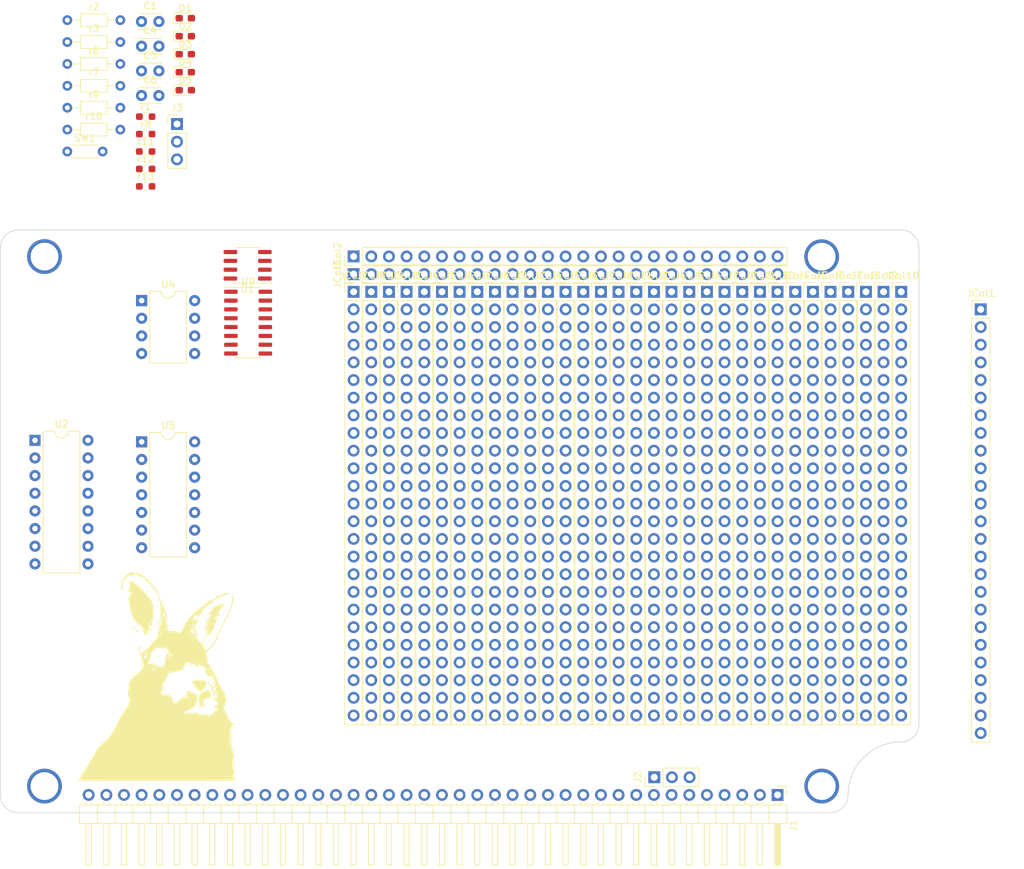
<source format=kicad_pcb>
(kicad_pcb (version 20221018) (generator pcbnew)
  (layers (0 "F.Cu" signal) (31 "B.Cu" signal) (34 "B.Paste" user) (35 "F.Paste" user) (36 "B.SilkS" user "B.Silkscreen") (37 "F.SilkS" user "F.Silkscreen") (38 "B.Mask" user) (39 "F.Mask" user) (44 "Edge.Cuts" user))
  (net 0 "")
  (net 1 "Net-(U4-CV)")
  (net 2 "GND")
  (net 3 "Net-(U4-THR)")
  (net 4 "Net-(D1-K)")
  (net 5 "VCC")
  (net 6 "Net-(U2A-RCext)")
  (net 7 "Net-(U2B-RCext)")
  (net 8 "Net-(U4-DIS)")
  (net 9 "+5V")
  (net 10 "Net-(U2A-Cext)")
  (net 11 "Net-(U2B-Cext)")
  (net 12 "/rom_cs")
  (net 13 "/rom_scl")
  (net 14 "/rom_sdi")
  (net 15 "/rom_sdo")
  (net 18 "Net-(D2-K)")
  (net 21 "Net-(D3-K)")
  (net 22 "Net-(D4-K)")
  (net 23 "Net-(D5-K)")
  (net 24 "Net-(J1-Pin_6)")
  (net 25 "Net-(J1-Pin_7)")
  (net 26 "Net-(J1-Pin_8)")
  (net 27 "/5V_raw")
  (net 28 "/clk")
  (net 29 "/reset_n")
  (net 31 "/Data_Bus_0_LSB")
  (net 32 "/Data_Bus_1")
  (net 33 "/Data_Bus_2")
  (net 34 "/Data_Bus_3")
  (net 35 "/Data_Bus_4")
  (net 36 "/Data_Bus_5")
  (net 37 "/Data_Bus_6")
  (net 38 "/Data_Bus_7_MSB")
  (net 39 "/Addr_0_LSB")
  (net 40 "/Addr_1")
  (net 41 "/Addr_2")
  (net 42 "/Addr_3")
  (net 43 "/Addr_4")
  (net 44 "/Addr_5")
  (net 45 "/Addr_6")
  (net 46 "/Addr_7")
  (net 47 "/Addr_8")
  (net 48 "/Addr_9")
  (net 49 "/Addr_10")
  (net 50 "/Addr_11")
  (net 51 "/Addr_12")
  (net 52 "/Addr_13")
  (net 53 "/Addr_14")
  (net 54 "/Addr_15_MSB")
  (net 55 "/Aux_Bus_0_LSB")
  (net 56 "/Aux_Bus_1")
  (net 57 "/Aux_Bus_2")
  (net 58 "/Aux_Bus_3")
  (net 59 "/Aux_Bus_4")
  (net 60 "/Aux_Bus_5")
  (net 61 "/Aux_Bus_6")
  (net 62 "/Aux_Bus_7_MSB")
  (net 288 "/BOOT_Clock")
  (net 289 "/input_clock")
  (net 315 "Net-(r10-Pad2)")
  (net 316 "/manual_read")
  (net 317 "Net-(U2A-B)")
  (net 318 "/BOOT_read_pulse")
  (net 319 "/input_din")
  (net 320 "/cpu_request_read_n")
  (footprint "Resistor_THT:R_Axial_DIN0204_L3.6mm_D1.6mm_P7.62mm_Horizontal" (layer "F.Cu") (at 37.57 15.53)
    (fp_text reference "r2")
    (fp_text value "470")
  )
  (footprint "Connector_PinHeader_2.54mm:PinHeader_1x25_P2.54mm_Vertical" (layer "F.Cu") (at 104.14 54.61)
    (fp_text reference "JCol10")
    (fp_text value "Conn_01x25_Pin")
  )
  (footprint "Connector_PinHeader_2.54mm:PinHeader_1x25_P2.54mm_Vertical" (layer "F.Cu") (at 93.98 54.61)
    (fp_text reference "JCol6")
    (fp_text value "Conn_01x25_Pin")
  )
  (footprint "Resistor_THT:R_Axial_DIN0204_L3.6mm_D1.6mm_P7.62mm_Horizontal" (layer "F.Cu") (at 37.57 24.98)
    (fp_text reference "r7")
    (fp_text value "1")
  )
  (footprint "Resistor_SMD:R_0603_1608Metric_Pad0.98x0.95mm_HandSolder" (layer "F.Cu") (at 48.84 36.94)
    (fp_text reference "r12")
    (fp_text value "470")
  )
  (footprint "Resistor_SMD:R_0603_1608Metric_Pad0.98x0.95mm_HandSolder" (layer "F.Cu") (at 48.84 34.43)
    (fp_text reference "r11")
    (fp_text value "470")
  )
  (footprint "Resistor_THT:R_Axial_DIN0204_L3.6mm_D1.6mm_P5.08mm_Horizontal" (layer "F.Cu") (at 37.57 34.43)
    (fp_text reference "SW1")
    (fp_text value "SW_SPST")
  )
  (footprint "Package_SO:SOIC-16_3.9x9.9mm_P1.27mm" (layer "F.Cu") (at 63.565 59.055)
    (fp_text reference "U9")
    (fp_text value "74HC595")
  )
  (footprint "Connector_PinHeader_2.54mm:PinHeader_1x25_P2.54mm_Vertical" (layer "F.Cu") (at 88.9 54.61)
    (fp_text reference "JCol4")
    (fp_text value "Conn_01x25_Pin")
  )
  (footprint "Connector_PinHeader_2.54mm:PinHeader_1x25_P2.54mm_Vertical" (layer "F.Cu") (at 129.54 54.61)
    (fp_text reference "JCol6")
    (fp_text value "Conn_01x25_Pin")
  )
  (footprint "Capacitor_THT:C_Disc_D3.0mm_W2.0mm_P2.50mm" (layer "F.Cu") (at 48.24 15.73)
    (fp_text reference "C1")
    (fp_text value "C")
  )
  (footprint "Connector_PinHeader_2.54mm:PinHeader_1x25_P2.54mm_Vertical" (layer "F.Cu") (at 86.36 54.61)
    (fp_text reference "JCol10")
    (fp_text value "Conn_01x25_Pin")
  )
  (footprint "AudioJacks:faryu" (layer "F.Cu") (at 50.8 109.22)
    (fp_text reference "G***")
    (fp_text value "LOGO" hide)
  )
  (footprint "Connector_PinHeader_2.54mm:PinHeader_1x25_P2.54mm_Vertical" (layer "F.Cu") (at 147.32 54.61)
    (fp_text reference "JCol6")
    (fp_text value "Conn_01x25_Pin")
  )
  (footprint "LED_SMD:LED_0603_1608Metric_Pad1.05x0.95mm_HandSolder" (layer "F.Cu") (at 54.535 23.02)
    (fp_text reference "D4")
    (fp_text value "VCC")
  )
  (footprint "LED_SMD:LED_0603_1608Metric_Pad1.05x0.95mm_HandSolder" (layer "F.Cu") (at 54.535 25.61)
    (fp_text reference "D5")
    (fp_text value "VCC")
  )
  (footprint "Capacitor_THT:C_Disc_D3.0mm_W2.0mm_P2.50mm" (layer "F.Cu") (at 48.24 19.28)
    (fp_text reference "C4")
    (fp_text value "C")
  )
  (footprint "Package_DIP:DIP-14_W7.62mm" (layer "F.Cu") (at 48.26 76.2)
    (fp_text reference "U5")
    (fp_text value "74LS00")
  )
  (footprint "Connector_PinHeader_2.54mm:PinHeader_1x03_P2.54mm_Vertical" (layer "F.Cu") (at 53.34 30.48)
    (fp_text reference "J3")
    (fp_text value "Conn_01x03_Pin")
  )
  (footprint "Connector_PinHeader_2.54mm:PinHeader_1x25_P2.54mm_Vertical" (layer "F.Cu") (at 152.4 54.61)
    (fp_text reference "JCol8")
    (fp_text value "Conn_01x25_Pin")
  )
  (footprint "Connector_PinHeader_2.54mm:PinHeader_1x25_P2.54mm_Vertical" (layer "F.Cu") (at 109.22 54.61)
    (fp_text reference "JCol5")
    (fp_text value "Conn_01x25_Pin")
  )
  (footprint "Package_DIP:DIP-16_W7.62mm" (layer "F.Cu") (at 32.92 75.98)
    (fp_text reference "U2")
    (fp_text value "74LS123")
  )
  (footprint "Connector_PinHeader_2.54mm:PinHeader_1x25_P2.54mm_Vertical" (layer "F.Cu") (at 121.92 54.61)
    (fp_text reference "JCol10")
    (fp_text value "Conn_01x25_Pin")
  )
  (footprint "Connector_PinHeader_2.54mm:PinHeader_1x25_P2.54mm_Vertical" (layer "F.Cu") (at 99.06 54.61)
    (fp_text reference "JCol8")
    (fp_text value "Conn_01x25_Pin")
  )
  (footprint "Connector_PinHeader_2.54mm:PinHeader_1x25_P2.54mm_Vertical" (layer "F.Cu") (at 101.6 54.61)
    (fp_text reference "JCol9")
    (fp_text value "Conn_01x25_Pin")
  )
  (footprint "Connector_PinHeader_2.54mm:PinHeader_1x25_P2.54mm_Vertical" (layer "F.Cu") (at 78.74 49.53 90)
    (fp_text reference "JCol2")
    (fp_text value "Conn_01x25_Pin")
  )
  (footprint "Capacitor_THT:C_Disc_D3.0mm_W2.0mm_P2.50mm" (layer "F.Cu") (at 48.24 26.38)
    (fp_text reference "C6")
    (fp_text value "C")
  )
  (footprint "Connector_PinHeader_2.54mm:PinHeader_1x25_P2.54mm_Vertical" (layer "F.Cu") (at 134.62 54.61)
    (fp_text reference "JCol8")
    (fp_text value "Conn_01x25_Pin")
  )
  (footprint "Connector_PinHeader_2.54mm:PinHeader_1x25_P2.54mm_Vertical" (layer "F.Cu") (at 127 54.61)
    (fp_text reference "JCol5")
    (fp_text value "Conn_01x25_Pin")
  )
  (footprint "Connector_PinHeader_2.54mm:PinHeader_1x25_P2.54mm_Vertical" (layer "F.Cu") (at 114.3 54.61)
    (fp_text reference "JCol7")
    (fp_text value "Conn_01x25_Pin")
  )
  (footprint "Package_DIP:DIP-8_W7.62mm" (layer "F.Cu") (at 48.26 55.88)
    (fp_text reference "U4")
    (fp_text value "NA555D")
  )
  (footprint "Connector_PinHeader_2.54mm:PinHeader_1x25_P2.54mm_Vertical" (layer "F.Cu") (at 137.16 54.61)
    (fp_text reference "JCol9")
    (fp_text value "Conn_01x25_Pin")
  )
  (footprint "Resistor_THT:R_Axial_DIN0204_L3.6mm_D1.6mm_P7.62mm_Horizontal" (layer "F.Cu") (at 37.57 18.68)
    (fp_text reference "r3")
    (fp_text value "470")
  )
  (footprint "Resistor_SMD:R_0603_1608Metric_Pad0.98x0.95mm_HandSolder" (layer "F.Cu") (at 48.84 29.41)
    (fp_text reference "r1")
    (fp_text value "470")
  )
  (footprint "Package_SO:SOIC-8_3.9x4.9mm_P1.27mm" (layer "F.Cu") (at 63.5 50.8 180)
    (fp_text reference "U1")
    (fp_text value "93CxxA")
  )
  (footprint "Connector_PinHeader_2.54mm:PinHeader_1x40_P2.54mm_Horizontal" (layer "F.Cu") (at 139.7 127 -90)
    (fp_text reference "J1")
    (fp_text value "Conn_01x40_Pin")
  )
  (footprint "Connector_PinHeader_2.54mm:PinHeader_1x25_P2.54mm_Vertical" (layer "F.Cu") (at 119.38 54.61)
    (fp_text reference "JCol9")
    (fp_text value "Conn_01x25_Pin")
  )
  (footprint "Connector_PinHeader_2.54mm:PinHeader_1x25_P2.54mm_Vertical" (layer "F.Cu") (at 111.76 54.61)
    (fp_text reference "JCol6")
    (fp_text value "Conn_01x25_Pin")
  )
  (footprint "Connector_PinHeader_2.54mm:PinHeader_1x25_P2.54mm_Vertical" (layer "F.Cu") (at 142.24 54.61)
    (fp_text reference "JCol4")
    (fp_text value "Conn_01x25_Pin")
  )
  (footprint "Connector_PinHeader_2.54mm:PinHeader_1x25_P2.54mm_Vertical" (layer "F.Cu") (at 144.78 54.61)
    (fp_text reference "JCol5")
    (fp_text value "Conn_01x25_Pin")
  )
  (footprint "Resistor_SMD:R_0603_1608Metric_Pad0.98x0.95mm_HandSolder" (layer "F.Cu") (at 48.84 31.92)
    (fp_text reference "r8")
    (fp_text value "470")
  )
  (footprint "Connector_PinHeader_2.54mm:PinHeader_1x25_P2.54mm_Vertical" (layer "F.Cu") (at 149.86 54.61)
    (fp_text reference "JCol7")
    (fp_text value "Conn_01x25_Pin")
  )
  (footprint "Connector_PinHeader_2.54mm:PinHeader_1x25_P2.54mm_Vertical" (layer "F.Cu") (at 96.52 54.61)
    (fp_text reference "JCol7")
    (fp_text value "Conn_01x25_Pin")
  )
  (footprint "Connector_PinHeader_2.54mm:PinHeader_1x25_P2.54mm_Vertical" (layer "F.Cu") (at 124.46 54.61)
    (fp_text reference "JCol4")
    (fp_text value "Conn_01x25_Pin")
  )
  (footprint "Resistor_THT:R_Axial_DIN0204_L3.6mm_D1.6mm_P7.62mm_Horizontal" (layer "F.Cu") (at 37.57 21.83)
    (fp_text reference "r6")
    (fp_text value "1")
  )
  (footprint "Connector_PinHeader_2.54mm:PinHeader_1x25_P2.54mm_Vertical" (layer "F.Cu") (at 116.84 54.61)
    (fp_text reference "JCol8")
    (fp_text value "Conn_01x25_Pin")
  )
  (footprint "Resistor_SMD:R_0603_1608Metric_Pad0.98x0.95mm_HandSolder" (layer "F.Cu") (at 48.84 39.45)
    (fp_text reference "r13")
    (fp_text value "470")
  )
  (footprint "Connector_PinHeader_2.54mm:PinHeader_1x25_P2.54mm_Vertical" (layer "F.Cu") (at 106.68 54.61)
    (fp_text reference "JCol4")
    (fp_text value "Conn_01x25_Pin")
  )
  (footprint "Connector_PinHeader_2.54mm:PinHeader_1x03_P2.54mm_Vertical" (layer "F.Cu") (at 121.968021 124.46 90)
    (fp_text reference "J2")
    (fp_text value "Conn_01x03_Pin")
  )
  (footprint "LED_SMD:LED_0603_1608Metric_Pad1.05x0.95mm_HandSolder" (layer "F.Cu") (at 54.535 15.25)
    (fp_text reference "D1")
    (fp_text value "VCC")
  )
  (footprint "Resistor_THT:R_Axial_DIN0204_L3.6mm_D1.6mm_P7.62mm_Horizontal" (layer "F.Cu") (at 37.57 31.28)
    (fp_text reference "r10")
    (fp_text value "470")
  )
  (footprint "Connector_PinHeader_2.54mm:PinHeader_1x25_P2.54mm_Vertical" (layer "F.Cu") (at 81.28 54.61)
    (fp_text reference "JCol8")
    (fp_text value "Conn_01x25_Pin")
  )
  (footprint "Connector_PinHeader_2.54mm:PinHeader_1x25_P2.54mm_Vertical" (layer "F.Cu") (at 157.48 54.61)
    (fp_text reference "JCol10")
    (fp_text value "Conn_01x25_Pin")
  )
  (footprint "Connector_PinHeader_2.54mm:PinHeader_1x25_P2.54mm_Vertical" (layer "F.Cu") (at 78.74 52.07 90)
    (fp_text reference "JCol3")
    (fp_text value "Conn_01x25_Pin")
  )
  (footprint "Capacitor_THT:C_Disc_D3.0mm_W2.0mm_P2.50mm" (layer "F.Cu") (at 48.24 22.83)
    (fp_text reference "C5")
    (fp_text value "C")
  )
  (footprint "LED_SMD:LED_0603_1608Metric_Pad1.05x0.95mm_HandSolder" (layer "F.Cu") (at 54.535 20.43)
    (fp_text reference "D3")
    (fp_text value "VCC")
  )
  (footprint "LED_SMD:LED_0603_1608Metric_Pad1.05x0.95mm_HandSolder" (layer "F.Cu") (at 54.535 17.84)
    (fp_text reference "D2")
    (fp_text value "VCC")
  )
  (footprint "Connector_PinHeader_2.54mm:PinHeader_1x25_P2.54mm_Vertical" (layer "F.Cu") (at 91.44 54.61)
    (fp_text reference "JCol5")
    (fp_text value "Conn_01x25_Pin")
  )
  (footprint "Connector_PinHeader_2.54mm:PinHeader_1x25_P2.54mm_Vertical" (layer "F.Cu") (at 139.7 54.61)
    (fp_text reference "JCol10")
    (fp_text value "Conn_01x25_Pin")
  )
  (footprint "Resistor_THT:R_Axial_DIN0204_L3.6mm_D1.6mm_P7.62mm_Horizontal" (layer "F.Cu") (at 37.57 28.13)
    (fp_text reference "r9")
    (fp_text value "470")
  )
  (footprint "Connector_PinHeader_2.54mm:PinHeader_1x25_P2.54mm_Vertical" (layer "F.Cu") (at 83.82 54.61)
    (fp_text reference "JCol9")
    (fp_text value "Conn_01x25_Pin")
  )
  (footprint "Connector_PinHeader_2.54mm:PinHeader_1x25_P2.54mm_Vertical" (layer "F.Cu") (at 154.94 54.61)
    (fp_text reference "JCol9")
    (fp_text value "Conn_01x25_Pin")
  )
  (footprint "Connector_PinHeader_2.54mm:PinHeader_1x25_P2.54mm_Vertical" (layer "F.Cu") (at 132.08 54.61)
    (fp_text reference "JCol7")
    (fp_text value "Conn_01x25_Pin")
  )
  (footprint "Connector_PinHeader_2.54mm:PinHeader_1x25_P2.54mm_Vertical" (layer "F.Cu") (at 78.74 54.61)
    (fp_text reference "JCol7")
    (fp_text value "Conn_01x25_Pin")
  )
  (footprint "Connector_PinHeader_2.54mm:PinHeader_1x25_P2.54mm_Vertical" (layer "F.Cu") (at 168.91 57.15)
    (fp_text reference "JCol1")
    (fp_text value "Conn_01x25_Pin")
  )
  (gr_line (start 160.020021 116.84) (end 160.020021 48.26) (stroke (width 0.1)) (layer "Edge.Cuts"))
  (gr_line (start 30.461969 129.539999) (end 147.30197 129.54) (stroke (width 0.1)) (layer "Edge.Cuts"))
  (gr_line (start 30.479957 45.72) (end 157.480021 45.72) (stroke (width 0.1)) (layer "Edge.Cuts"))
  (gr_arc (start 149.841949 127) (mid 152.080202 121.605468) (end 157.480021 119.38) (stroke (width 0.1)) (layer "Edge.Cuts"))
  (gr_arc (start 160.020021 116.84) (mid 159.27609 118.636084) (end 157.480021 119.38) (stroke (width 0.1)) (layer "Edge.Cuts"))
  (gr_line (start 27.939957 127) (end 27.939957 48.26) (stroke (width 0.1)) (layer "Edge.Cuts"))
  (gr_arc (start 30.461969 129.539999) (mid 28.677537 128.789705) (end 27.939957 127) (stroke (width 0.1)) (layer "Edge.Cuts"))
  (gr_arc (start 157.480021 45.72) (mid 159.276076 46.46396) (end 160.020021 48.26) (stroke (width 0.1)) (layer "Edge.Cuts"))
  (gr_arc (start 149.84197 127) (mid 149.098036 128.796066) (end 147.30197 129.54) (stroke (width 0.1)) (layer "Edge.Cuts"))
  (gr_arc (start 27.939957 48.26) (mid 28.683912 46.463954) (end 30.479957 45.72) (stroke (width 0.1)) (layer "Edge.Cuts"))
  (via (at 34.290021 49.548051) (size 5) (drill 4) (layers "F.Cu" "B.Cu") (net 2))
  (via (at 34.29 125.73) (size 5) (drill 4) (layers "F.Cu" "B.Cu") (net 2))
  (via (at 146.040154 49.567838) (size 5) (drill 4) (layers "F.Cu" "B.Cu") (net 2))
  (via (at 146.05 125.73) (size 5) (drill 4) (layers "F.Cu" "B.Cu") (net 2))
)
</source>
